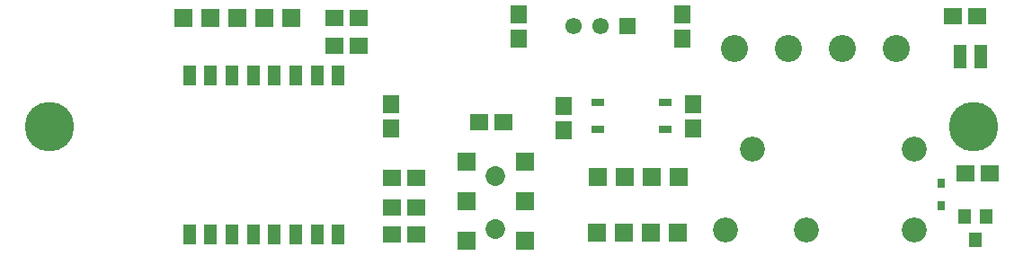
<source format=gbr>
%FSLAX35Y35*%
%MOMM*%
G04 EasyPC Gerber Version 18.0.8 Build 3632 *
%ADD120R,1.16840X1.37160*%
%ADD130R,1.16840X2.18440*%
%ADD116R,1.25240X1.95240*%
%ADD124R,1.54940X1.67640*%
%ADD123R,1.55240X1.55240*%
%ADD119R,1.67640X1.67640*%
%ADD127R,1.15240X0.70240*%
%ADD126R,0.65240X0.85240*%
%ADD122C,1.55240*%
%ADD129C,1.85240*%
%ADD125C,2.35240*%
%ADD118C,2.55240*%
%ADD121R,1.67640X1.54940*%
%ADD117C,4.65240*%
%ADD128R,1.75240X1.75240*%
X0Y0D02*
D02*
D116*
X1729600Y241060D03*
Y1741060D03*
X1929600Y241060D03*
Y1741060D03*
X2129600Y241060D03*
Y1741060D03*
X2329600Y241060D03*
Y1741060D03*
X2529600Y241060D03*
Y1741060D03*
X2729600Y241060D03*
Y1741060D03*
X2929600Y241060D03*
Y1741060D03*
X3129600Y241060D03*
Y1741060D03*
D02*
D117*
X406350Y1256350D03*
X9110420Y1255100D03*
D02*
D118*
X6857580Y1988240D03*
X7365580D03*
X7873580D03*
X8381580D03*
D02*
D119*
X1670420Y2275100D03*
X1924420D03*
X2178420D03*
X2432420D03*
X2686420D03*
X5568420Y256350D03*
X5570420Y776350D03*
X5822420Y256350D03*
X5824420Y776350D03*
X6076420Y256350D03*
X6078420Y776350D03*
X6330420Y256350D03*
X6332420Y776350D03*
D02*
D120*
X9028820Y404320D03*
X9130420Y183340D03*
X9232020Y404320D03*
D02*
D121*
X3096120Y2015100D03*
Y2275100D03*
X3324720Y2015100D03*
Y2275100D03*
X3636120Y235100D03*
Y495100D03*
Y775100D03*
X3864720Y235100D03*
Y495100D03*
Y775100D03*
X4456120Y1295100D03*
X4684720D03*
X8916120Y2295100D03*
X9036120Y815100D03*
X9144720Y2295100D03*
X9264720Y815100D03*
D02*
D122*
X5344370Y2200760D03*
X5598370D03*
D02*
D123*
X5852370D03*
D02*
D124*
X3630420Y1240800D03*
Y1469400D03*
X4830420Y2080800D03*
Y2309400D03*
X5250420Y1220800D03*
Y1449400D03*
X6370420Y2080800D03*
Y2309400D03*
X6470420Y1240800D03*
Y1469400D03*
D02*
D125*
X6774120Y280230D03*
X7028120Y1042230D03*
X7536120Y280230D03*
X8552120D03*
Y1042230D03*
D02*
D126*
X8810420Y510100D03*
Y720100D03*
D02*
D127*
X5575420Y1228100D03*
Y1482100D03*
X6205420Y1228100D03*
Y1482100D03*
D02*
D128*
X4335420Y180330D03*
Y550330D03*
Y920330D03*
X4885420Y180330D03*
Y550330D03*
Y920330D03*
D02*
D129*
X4610420Y290330D03*
Y790330D03*
D02*
D130*
X8990420Y1915100D03*
X9180920D03*
X0Y0D02*
M02*

</source>
